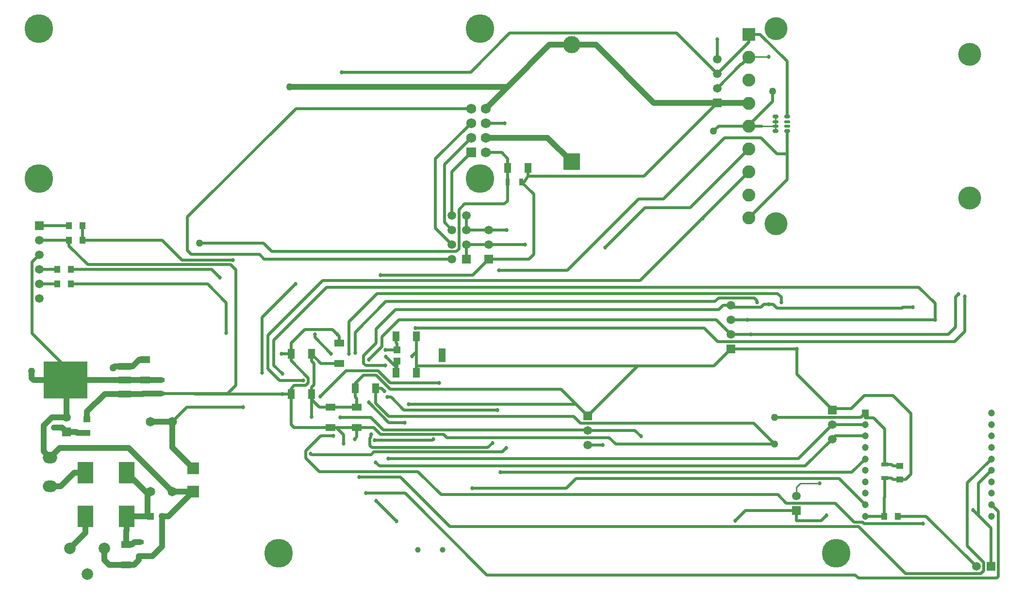
<source format=gbl>
%FSLAX25Y25*%
%MOIN*%
G70*
G01*
G75*
G04 Layer_Physical_Order=2*
G04 Layer_Color=16711680*
%ADD10R,0.03150X0.04724*%
%ADD11R,0.06693X0.04921*%
G04:AMPARAMS|DCode=12|XSize=70.87mil|YSize=57.09mil|CornerRadius=0mil|HoleSize=0mil|Usage=FLASHONLY|Rotation=180.000|XOffset=0mil|YOffset=0mil|HoleType=Round|Shape=Octagon|*
%AMOCTAGOND12*
4,1,8,-0.03543,0.01427,-0.03543,-0.01427,-0.02116,-0.02854,0.02116,-0.02854,0.03543,-0.01427,0.03543,0.01427,0.02116,0.02854,-0.02116,0.02854,-0.03543,0.01427,0.0*
%
%ADD12OCTAGOND12*%

G04:AMPARAMS|DCode=13|XSize=59.06mil|YSize=31.5mil|CornerRadius=0mil|HoleSize=0mil|Usage=FLASHONLY|Rotation=180.000|XOffset=0mil|YOffset=0mil|HoleType=Round|Shape=Octagon|*
%AMOCTAGOND13*
4,1,8,-0.02953,0.00787,-0.02953,-0.00787,-0.02165,-0.01575,0.02165,-0.01575,0.02953,-0.00787,0.02953,0.00787,0.02165,0.01575,-0.02165,0.01575,-0.02953,0.00787,0.0*
%
%ADD13OCTAGOND13*%

%ADD14R,0.05906X0.03150*%
G04:AMPARAMS|DCode=15|XSize=70.87mil|YSize=43.31mil|CornerRadius=0mil|HoleSize=0mil|Usage=FLASHONLY|Rotation=270.000|XOffset=0mil|YOffset=0mil|HoleType=Round|Shape=Octagon|*
%AMOCTAGOND15*
4,1,8,-0.01083,-0.03543,0.01083,-0.03543,0.02165,-0.02461,0.02165,0.02461,0.01083,0.03543,-0.01083,0.03543,-0.02165,0.02461,-0.02165,-0.02461,-0.01083,-0.03543,0.0*
%
%ADD15OCTAGOND15*%

%ADD16O,0.05906X0.03937*%
%ADD17R,0.05906X0.03937*%
%ADD18O,0.03937X0.05906*%
%ADD19R,0.04921X0.06693*%
%ADD20R,0.05118X0.04134*%
G04:AMPARAMS|DCode=21|XSize=47.24mil|YSize=39.37mil|CornerRadius=0mil|HoleSize=0mil|Usage=FLASHONLY|Rotation=270.000|XOffset=0mil|YOffset=0mil|HoleType=Round|Shape=Octagon|*
%AMOCTAGOND21*
4,1,8,-0.00984,-0.02362,0.00984,-0.02362,0.01969,-0.01378,0.01969,0.01378,0.00984,0.02362,-0.00984,0.02362,-0.01969,0.01378,-0.01969,-0.01378,-0.00984,-0.02362,0.0*
%
%ADD21OCTAGOND21*%

G04:AMPARAMS|DCode=22|XSize=39.37mil|YSize=25.59mil|CornerRadius=0mil|HoleSize=0mil|Usage=FLASHONLY|Rotation=270.000|XOffset=0mil|YOffset=0mil|HoleType=Round|Shape=Octagon|*
%AMOCTAGOND22*
4,1,8,-0.00640,-0.01969,0.00640,-0.01969,0.01280,-0.01329,0.01280,0.01329,0.00640,0.01969,-0.00640,0.01969,-0.01280,0.01329,-0.01280,-0.01329,-0.00640,-0.01969,0.0*
%
%ADD22OCTAGOND22*%

G04:AMPARAMS|DCode=23|XSize=39.37mil|YSize=19.69mil|CornerRadius=0mil|HoleSize=0mil|Usage=FLASHONLY|Rotation=270.000|XOffset=0mil|YOffset=0mil|HoleType=Round|Shape=Octagon|*
%AMOCTAGOND23*
4,1,8,-0.00492,-0.01969,0.00492,-0.01969,0.00984,-0.01476,0.00984,0.01476,0.00492,0.01969,-0.00492,0.01969,-0.00984,0.01476,-0.00984,-0.01476,-0.00492,-0.01969,0.0*
%
%ADD23OCTAGOND23*%

%ADD24R,0.04134X0.05118*%
%ADD25R,0.07874X0.23622*%
%ADD26R,0.09055X0.04685*%
%ADD27R,0.30299X0.25598*%
%ADD28R,0.04724X0.03150*%
%ADD29R,0.01969X0.09843*%
%ADD30R,0.07874X0.09843*%
%ADD31O,0.00984X0.06102*%
%ADD32O,0.06102X0.00984*%
%ADD33O,0.04134X0.02165*%
%ADD34R,0.04134X0.02165*%
%ADD35C,0.02000*%
%ADD36C,0.01000*%
%ADD37C,0.00787*%
%ADD38C,0.03937*%
%ADD39C,0.01732*%
%ADD40C,0.01181*%
%ADD41C,0.01575*%
%ADD42C,0.19685*%
%ADD43R,0.11811X0.11811*%
%ADD44C,0.11811*%
%ADD45R,0.05906X0.05906*%
%ADD46C,0.05906*%
%ADD47R,0.05906X0.05906*%
%ADD48R,0.06890X0.06890*%
%ADD49C,0.06890*%
%ADD50C,0.06496*%
%ADD51C,0.07874*%
%ADD52O,0.09843X0.07874*%
%ADD53R,0.04921X0.04921*%
%ADD54C,0.04921*%
%ADD55R,0.04724X0.04724*%
%ADD56C,0.04724*%
%ADD57C,0.03937*%
%ADD58C,0.08858*%
%ADD59R,0.08858X0.08858*%
%ADD60C,0.15748*%
%ADD61C,0.05000*%
%ADD62C,0.02701*%
G04:AMPARAMS|DCode=63|XSize=39.37mil|YSize=25.59mil|CornerRadius=0mil|HoleSize=0mil|Usage=FLASHONLY|Rotation=180.000|XOffset=0mil|YOffset=0mil|HoleType=Round|Shape=Octagon|*
%AMOCTAGOND63*
4,1,8,-0.01969,0.00640,-0.01969,-0.00640,-0.01329,-0.01280,0.01329,-0.01280,0.01969,-0.00640,0.01969,0.00640,0.01329,0.01280,-0.01329,0.01280,-0.01969,0.00640,0.0*
%
%ADD63OCTAGOND63*%

G04:AMPARAMS|DCode=64|XSize=39.37mil|YSize=19.69mil|CornerRadius=0mil|HoleSize=0mil|Usage=FLASHONLY|Rotation=180.000|XOffset=0mil|YOffset=0mil|HoleType=Round|Shape=Octagon|*
%AMOCTAGOND64*
4,1,8,-0.01969,0.00492,-0.01969,-0.00492,-0.01476,-0.00984,0.01476,-0.00984,0.01969,-0.00492,0.01969,0.00492,0.01476,0.00984,-0.01476,0.00984,-0.01969,0.00492,0.0*
%
%ADD64OCTAGOND64*%

%ADD65R,0.04724X0.09449*%
%ADD66R,0.04724X0.04724*%
%ADD67R,0.07874X0.07874*%
%ADD68R,0.11000X0.15000*%
D10*
X334488Y274787D02*
D03*
X343937D02*
D03*
D11*
X230874Y106012D02*
D03*
Y119988D02*
D03*
X218874Y163988D02*
D03*
Y150012D02*
D03*
X212874Y106012D02*
D03*
Y119988D02*
D03*
X85701Y138512D02*
D03*
Y152488D02*
D03*
X72701Y11512D02*
D03*
Y25488D02*
D03*
D19*
X334724Y284287D02*
D03*
X348701D02*
D03*
X271862Y168500D02*
D03*
X257886D02*
D03*
X243862Y133000D02*
D03*
X229886D02*
D03*
X185886Y156500D02*
D03*
X199862D02*
D03*
X185886Y129000D02*
D03*
X199862D02*
D03*
X271862Y143500D02*
D03*
X257886D02*
D03*
D20*
X604000Y70374D02*
D03*
Y79626D02*
D03*
X45701Y111626D02*
D03*
Y102374D02*
D03*
D24*
X602626Y45000D02*
D03*
X593374D02*
D03*
X25374Y214500D02*
D03*
X34626D02*
D03*
X25374Y204500D02*
D03*
X34626D02*
D03*
X42626Y244500D02*
D03*
X33374D02*
D03*
X42626Y234500D02*
D03*
X33374D02*
D03*
D26*
X71701Y148000D02*
D03*
Y138500D02*
D03*
Y129000D02*
D03*
D27*
X31000Y138500D02*
D03*
D28*
X593500Y80724D02*
D03*
Y71276D02*
D03*
X96701Y129276D02*
D03*
Y138724D02*
D03*
X82201Y27224D02*
D03*
Y17776D02*
D03*
D35*
X179154Y156654D02*
X186000D01*
X185996Y156498D02*
X186000Y156654D01*
X185886Y151814D02*
X185996Y156497D01*
X212874Y106000D02*
X216750D01*
X500213Y313000D02*
X509300D01*
X479500D02*
X500213D01*
Y313713D02*
X516500Y330000D01*
Y337000D01*
X476000Y309500D02*
X479500Y313000D01*
X46200Y217800D02*
X144300D01*
X33374Y230626D02*
X46200Y217800D01*
X33374Y230626D02*
Y234500D01*
X141400Y170800D02*
Y191600D01*
X128500Y204500D02*
X141400Y191600D01*
X34626Y204500D02*
X128500D01*
X131300Y214500D02*
X137000Y208800D01*
X483500Y305000D02*
X508500D01*
X441500Y263000D02*
X483500Y305000D01*
X424500Y263000D02*
X441500D01*
X375500Y214000D02*
X424500Y263000D01*
X328500Y214000D02*
X375500D01*
X428800Y256800D02*
X459761D01*
X401500Y229500D02*
X428800Y256800D01*
X488000Y190000D02*
X489350Y188650D01*
X508650D01*
X482500Y190000D02*
X488000D01*
X479500Y187000D02*
X482500Y190000D01*
X257500Y187000D02*
X479500D01*
X477000Y192500D02*
X479453Y194953D01*
X504047D02*
X506000Y193000D01*
X479453Y194953D02*
X504047D01*
X520047Y197953D02*
X522500Y195500D01*
X225700Y178700D02*
X244953Y197953D01*
X520047D01*
X251000Y192500D02*
X477000D01*
X229900Y171400D02*
X251000Y192500D01*
X244200Y173700D02*
X257500Y187000D01*
X478000Y180000D02*
X488000Y170000D01*
X259800Y180000D02*
X478000D01*
X248158Y168358D02*
X259800Y180000D01*
X321713Y241787D02*
X333713D01*
X526500Y294000D02*
Y309480D01*
X519500Y294000D02*
X526500D01*
Y276295D02*
Y294000D01*
X240600Y99349D02*
Y101700D01*
X321713Y231787D02*
X346213D01*
X352500Y225000D02*
Y266224D01*
X349287Y221787D02*
X352500Y225000D01*
X321713Y221787D02*
X349287D01*
X343937Y274787D02*
X352500Y266224D01*
X306213Y221787D02*
Y231787D01*
X321713D01*
X306213Y241787D02*
X321713D01*
X306213D02*
Y251787D01*
X539000Y79500D02*
X557500Y98000D01*
X246500Y79500D02*
X539000D01*
X389626Y94126D02*
X400000D01*
X389500Y94000D02*
X389626Y94126D01*
X244200Y163800D02*
Y173700D01*
X225700Y156500D02*
Y178700D01*
X229900Y157200D02*
Y171400D01*
X144300Y217800D02*
X147800Y214300D01*
X97200Y234500D02*
X110900Y220800D01*
X146067D01*
X114731Y227500D02*
X117231Y225000D01*
X164151D01*
X114731Y227500D02*
Y250531D01*
X164151Y225000D02*
X167363Y221787D01*
X34626Y214500D02*
X131300D01*
X666500Y10500D02*
Y27572D01*
X250801Y154685D02*
X258086Y147400D01*
X526500Y319520D02*
Y357500D01*
X425609Y206900D02*
X500213Y281504D01*
X628100Y180000D02*
Y191300D01*
X8000Y170500D02*
X40000Y138500D01*
X557000Y119000D02*
X570500D01*
X122700Y232500D02*
X166975D01*
X114185Y120000D02*
X153000D01*
X285000Y290484D02*
X309508Y314992D01*
X285000Y243000D02*
Y290484D01*
Y243000D02*
X296213Y231787D01*
X384547Y109000D02*
X503500D01*
X379930Y113617D02*
X384547Y109000D01*
X503500D02*
X518000Y94500D01*
X244000Y82000D02*
X246500Y79500D01*
X282939Y97339D02*
X283600Y98000D01*
X243328Y97339D02*
X282939D01*
X249167Y104350D02*
X389500D01*
X348701Y278600D02*
X428100D01*
X345901Y274700D02*
X348701Y278600D01*
X428100D02*
X478500Y329000D01*
X513800Y190500D02*
X517000D01*
X510500D02*
X513800D01*
X606000Y188500D02*
X613000D01*
X605500Y188000D02*
X606000Y188500D01*
X519500Y188000D02*
X605500D01*
X517000Y190500D02*
X519500Y188000D01*
X508650Y188650D02*
X510500Y190500D01*
X522500Y192000D02*
Y195500D01*
X506000Y192000D02*
Y193000D01*
X533300Y142700D02*
X557000Y119000D01*
X533300Y142700D02*
Y160000D01*
X599100Y128000D02*
X611500Y115600D01*
X579500Y128000D02*
X599100D01*
X570500Y119000D02*
X579500Y128000D01*
X518000Y113000D02*
X577260D01*
X557500Y108000D02*
X568800D01*
X568859Y108059D01*
X580193D01*
X577260Y113000D02*
X580193Y115933D01*
X248000Y133000D02*
X250000Y131000D01*
X243862Y133000D02*
X248000D01*
X252000Y127000D02*
X254500D01*
X263400Y118100D02*
X327700D01*
X254500Y127000D02*
X263400Y118100D01*
X253800Y132200D02*
X371300D01*
X244100Y141900D02*
X253800Y132200D01*
X235500Y141900D02*
X244100D01*
X253900Y136500D02*
X287600D01*
X245500Y144900D02*
X253900Y136500D01*
X223600Y144900D02*
X245500D01*
X229500Y98126D02*
X230874Y99500D01*
Y106012D01*
X174000Y166100D02*
X210300Y202400D01*
X174000Y148774D02*
Y166100D01*
Y148774D02*
X179900Y142874D01*
X170000Y169401D02*
X207499Y206900D01*
X170000Y146400D02*
Y169401D01*
Y146400D02*
X178000Y138400D01*
X508008Y375992D02*
X526500Y357500D01*
X500213Y375992D02*
X508008D01*
X508500Y305000D02*
X519500Y294000D01*
X459761Y256800D02*
X500213Y297252D01*
X550043Y42043D02*
X553500Y45500D01*
X549043Y42043D02*
X550043D01*
X549000Y42000D02*
X549043Y42043D01*
X533000Y42000D02*
X549000D01*
X533000D02*
Y49000D01*
X294900Y37900D02*
X575549D01*
X260800Y72000D02*
X294900Y37900D01*
X166975Y232500D02*
X172675Y226800D01*
X8000Y170500D02*
Y219500D01*
X239978Y93473D02*
X241301Y92150D01*
X239978Y98727D02*
X240600Y99349D01*
X239978Y93473D02*
Y98727D01*
X240600Y101700D02*
X241000Y101300D01*
X242721Y106012D02*
X247382Y101350D01*
X230874Y106012D02*
X242721D01*
X240717Y112800D02*
X249167Y104350D01*
X219700Y112800D02*
X240717D01*
X166043Y181500D02*
X189043Y204500D01*
X166043Y143500D02*
Y181500D01*
X562134Y71000D02*
X580193Y52941D01*
X381511Y71000D02*
X562134D01*
X310137Y64300D02*
X374811D01*
X381511Y71000D01*
X305000Y259500D02*
X332200D01*
X301200Y255700D02*
X305000Y259500D01*
X301200Y228750D02*
Y255700D01*
X332200Y259500D02*
X334488Y261788D01*
X214150Y173350D02*
X217500Y170000D01*
X216750Y106000D02*
X221888D01*
X216750D02*
X221900Y100862D01*
X142351Y129000D02*
X179800D01*
X488000Y160000D02*
X533300D01*
X423800Y148300D02*
X476300D01*
X271862D02*
X423800D01*
X266500Y121800D02*
X381700D01*
X271862Y148300D02*
Y157950D01*
X389500Y114000D02*
X423800Y148300D01*
X371300Y132200D02*
X381700Y121800D01*
X199862Y125245D02*
X205119Y119988D01*
X199862Y125245D02*
Y129000D01*
Y113457D02*
Y125245D01*
X499300Y180000D02*
X628100D01*
X501600Y170000D02*
X637400D01*
X258086Y147400D02*
X258500Y147814D01*
X257886Y147200D02*
X258086Y147400D01*
X257886Y143500D02*
X258086Y147400D01*
X658000Y45500D02*
Y67756D01*
X654200Y49300D02*
X658000Y45500D01*
X666500Y37000D01*
X408800Y94500D02*
X518000D01*
X404300Y99000D02*
X408800Y94500D01*
X292950Y99000D02*
X404300D01*
X290600Y101350D02*
X292950Y99000D01*
X247382Y101350D02*
X290600D01*
X218874Y163988D02*
Y168626D01*
X195336Y173350D02*
X214150D01*
X185886Y163900D02*
X195336Y173350D01*
X185886Y163900D02*
X186000Y156654D01*
X217500Y170000D02*
X218874Y168626D01*
X212874Y106000D02*
Y106012D01*
X221900Y95000D02*
Y100862D01*
X96701Y129276D02*
X142351Y129000D01*
X202100Y167900D02*
X213300Y156700D01*
X202100Y167900D02*
Y170000D01*
X343937Y274787D02*
X345901Y274700D01*
X348701Y278600D02*
Y284287D01*
X206350Y150012D02*
X218874D01*
X199862Y156500D02*
X206350Y150012D01*
X229886Y133000D02*
Y136286D01*
X235500Y141900D01*
X206000Y127300D02*
X223600Y144900D01*
X319508Y314992D02*
X332600D01*
X622000Y45000D02*
X656500Y10500D01*
X602626Y45000D02*
X622000D01*
X617000Y202400D02*
X628100Y191300D01*
X210300Y202400D02*
X617000D01*
X628100Y180000D02*
X628362D01*
X488000D02*
X499300D01*
X248158Y161774D02*
Y168358D01*
X239100Y152717D02*
X248158Y161774D01*
X178000Y138400D02*
X194294D01*
X207499Y206900D02*
X425609D01*
X478500Y359000D02*
Y372626D01*
X220500Y350000D02*
X309200D01*
X336000Y376800D01*
X450700D01*
X478500Y349000D01*
X666807Y52941D02*
X671500Y48248D01*
Y3500D02*
Y48248D01*
X670500Y2500D02*
X671500Y3500D01*
X575549Y2500D02*
X670500D01*
X573349Y4700D02*
X575549Y2500D01*
X320400Y4700D02*
X573349D01*
X264300Y60800D02*
X320400Y4700D01*
X237200Y60800D02*
X264300D01*
X252550Y84600D02*
X534100D01*
X557500Y108000D01*
X241301Y92150D02*
X321050D01*
X324300Y95400D01*
X500213Y250008D02*
X526500Y276295D01*
X526437Y309480D02*
X526500D01*
X199300Y88000D02*
X199900Y87400D01*
X240750D01*
X242500Y89150D01*
X330950D01*
X333600Y91800D01*
X329700Y75300D02*
X571056D01*
X580193Y84437D01*
X666500Y27572D02*
Y37000D01*
X658000Y67756D02*
X666807Y76563D01*
X579300Y40100D02*
X619800D01*
X578500Y40900D02*
X579300Y40100D01*
X572700Y40900D02*
X578500D01*
X559600Y54000D02*
X572700Y40900D01*
X526000Y54000D02*
X559600D01*
X520200Y59800D02*
X526000Y54000D01*
X288900Y59800D02*
X520200D01*
X272950Y75750D02*
X288900Y59800D01*
X205150Y75750D02*
X272950D01*
X195900Y85000D02*
X205150Y75750D01*
X195900Y85000D02*
Y90000D01*
X206100Y100200D01*
X214874D01*
X559685Y100185D02*
X580193D01*
X557500Y98000D02*
X559685Y100185D01*
X271862Y157950D02*
Y168500D01*
X268900Y154988D02*
X271862Y157950D01*
X237200Y148500D02*
X250500D01*
X235700Y150000D02*
X237200Y148500D01*
X235700Y150000D02*
Y155300D01*
X244200Y163800D01*
X271400Y174200D02*
X469700D01*
X478900Y165000D01*
X641700D01*
X648700Y172000D01*
Y196100D01*
X243862Y122755D02*
Y133000D01*
Y122755D02*
X253000Y113617D01*
X379930D01*
X252989Y109300D02*
X264050D01*
X239100Y123189D02*
X252989Y109300D01*
X244400Y55500D02*
X258200Y41700D01*
X205119Y119988D02*
X212874D01*
X185886Y151814D02*
X197700Y140000D01*
Y136700D02*
Y140000D01*
X195900Y134900D02*
X197700Y136700D01*
X188000Y134900D02*
X195900D01*
X185886Y132786D02*
X188000Y134900D01*
X185886Y129000D02*
Y132786D01*
X637400Y170000D02*
X642400Y175000D01*
Y195592D01*
X644300Y197492D01*
X650300Y67930D02*
X666807Y84437D01*
X650300Y24600D02*
Y67930D01*
Y24600D02*
X661500Y13400D01*
Y7500D02*
Y13400D01*
X659500Y5500D02*
X661500Y7500D01*
X607949Y5500D02*
X659500D01*
X575549Y37900D02*
X607949Y5500D01*
X232700Y72000D02*
X260800D01*
X488000Y170000D02*
X501600D01*
X42626Y234500D02*
X97200D01*
X291200Y246800D02*
X296213Y241787D01*
X291200Y246800D02*
Y286684D01*
X309508Y304992D01*
X167363Y221787D02*
X296213D01*
X114731Y250531D02*
X189192Y324992D01*
X309508D01*
X247400Y210500D02*
X310425D01*
X321713Y221787D01*
X334488Y261788D02*
Y274787D01*
X299250Y226800D02*
X301200Y228750D01*
X172675Y226800D02*
X299250D01*
X381700Y121800D02*
X389500Y114000D01*
X104201Y110016D02*
X114185Y120000D01*
X199862Y151616D02*
Y156500D01*
Y151616D02*
X201450Y150027D01*
Y135338D02*
Y150027D01*
X199862Y133750D02*
X201450Y135338D01*
X199862Y129000D02*
Y133750D01*
X179800Y129000D02*
X185886D01*
X147800Y135000D02*
Y214300D01*
X142076Y129276D02*
X147800Y135000D01*
X96701Y129276D02*
X142076D01*
X8000Y219500D02*
X13000Y224500D01*
X497922Y49000D02*
X533000D01*
X490800Y41878D02*
X497922Y49000D01*
X500213Y370713D02*
Y375992D01*
X478500Y349000D02*
X500213Y370713D01*
X526437Y319520D02*
X526500D01*
X296213Y251787D02*
Y281697D01*
X309508Y294992D01*
X476300Y148300D02*
X488000Y160000D01*
X271862Y143500D02*
Y148300D01*
X389500Y104000D02*
X422033D01*
X426100Y99933D01*
X212874Y119988D02*
X230874D01*
X611500Y73800D02*
Y115600D01*
X608074Y70374D02*
X611500Y73800D01*
X604000Y70374D02*
X608074D01*
X250637Y159437D02*
X258500D01*
X221888Y106000D02*
X221900Y106012D01*
X230874D01*
X478500Y339000D02*
X495000Y355500D01*
X495469D01*
X500213Y360244D01*
X185886Y108014D02*
Y129000D01*
Y108014D02*
X187888Y106012D01*
X212874D01*
X319508Y294992D02*
X330500D01*
X334724Y290768D01*
Y284287D02*
Y290768D01*
X580193Y112500D02*
Y115933D01*
Y112500D02*
X586000D01*
X593500Y105000D01*
Y80724D02*
Y105000D01*
X599298Y79626D02*
X604000D01*
X598200Y80724D02*
X599298Y79626D01*
X593500Y80724D02*
X598200D01*
X13000Y234500D02*
X33374D01*
X334724Y279636D02*
Y284287D01*
X334488Y279400D02*
X334724Y279636D01*
X334488Y274787D02*
Y279400D01*
X599102Y70374D02*
X604000D01*
X598200Y71276D02*
X599102Y70374D01*
X593500Y71276D02*
X598200D01*
X593500Y58126D02*
Y71276D01*
X593374Y58000D02*
X593500Y58126D01*
X593374Y45000D02*
Y58000D01*
X586767Y45000D02*
X593374D01*
X586700Y45067D02*
X586767Y45000D01*
X580193Y45067D02*
X586700D01*
X229886Y126988D02*
Y133000D01*
Y126988D02*
X230874Y126000D01*
Y119988D02*
Y126000D01*
X13000Y244500D02*
X33374D01*
X42626Y234500D02*
Y244500D01*
X13000Y214500D02*
X25374D01*
X13000Y204500D02*
X25374D01*
X258500Y147814D02*
Y151563D01*
X257886Y143500D02*
Y147200D01*
Y164214D02*
Y168500D01*
Y164214D02*
X258500Y163600D01*
Y159437D02*
Y163600D01*
X509300Y313000D02*
X509375Y312925D01*
D36*
X500469Y360500D02*
X514000D01*
X535500Y67500D02*
X549043D01*
X533000Y65000D02*
X535500Y67500D01*
X533000Y59000D02*
Y65000D01*
X509375Y312925D02*
X518563D01*
Y309480D02*
Y312925D01*
Y316075D02*
Y319520D01*
Y312925D02*
Y316075D01*
D38*
X87400Y45000D02*
Y60348D01*
X81400Y14912D02*
Y17776D01*
X478500Y329000D02*
X499961D01*
X435000D02*
X478500D01*
X395185Y368815D02*
X435000Y329000D01*
X378500Y368815D02*
X395185D01*
X363331D02*
X378500D01*
X334516Y340000D02*
X363331Y368815D01*
X319508Y324992D02*
X334516Y340000D01*
X185000D02*
X334516D01*
X319508Y304992D02*
X362008D01*
X378500Y288500D01*
X7500Y140000D02*
Y144500D01*
Y140000D02*
X9000Y138500D01*
X31000D01*
X40000D02*
X71701D01*
X31000D02*
X40000D01*
X31000D02*
X31701Y137799D01*
Y112823D02*
Y137799D01*
X81434Y152488D02*
X85701D01*
X78839Y149893D02*
X81434Y152488D01*
X78839Y149839D02*
Y149893D01*
X77000Y148000D02*
X78839Y149839D01*
X63500Y147000D02*
X64500Y148000D01*
X60988Y11512D02*
X72701D01*
X57602Y14898D02*
X60988Y11512D01*
X57602Y14898D02*
Y23000D01*
X74185Y92000D02*
X104201Y61984D01*
X26858Y92000D02*
X74185D01*
X20201Y85343D02*
X26858Y92000D01*
X16000Y107300D02*
X21523Y112823D01*
X16000Y89543D02*
Y107300D01*
Y89543D02*
X20201Y85343D01*
X21523Y112823D02*
X31701D01*
X87400Y45000D02*
X89264D01*
X72748D02*
X87400D01*
X85764Y61984D02*
X89201D01*
X85764D02*
X87400Y60348D01*
X28524Y106000D02*
X31701Y102823D01*
X22744Y106000D02*
X28524D01*
X72748Y75000D02*
X85764Y61984D01*
X104201Y92374D02*
Y110016D01*
Y92374D02*
X118701Y77874D01*
X44652Y33671D02*
Y45000D01*
X33980Y23000D02*
X44652Y33671D01*
X64500Y148000D02*
X71701D01*
X101575Y45000D02*
X118701Y62126D01*
X97138Y45000D02*
X101575D01*
X71701Y148000D02*
X77000D01*
X72701Y11512D02*
X78000D01*
X81400Y14912D01*
Y17776D02*
X82201D01*
X57900Y129000D02*
X71701D01*
X45701Y116801D02*
X57900Y129000D01*
X45701Y111626D02*
Y116801D01*
X82201Y17776D02*
X90500D01*
X97138Y24413D01*
Y45000D01*
X84276Y129276D02*
X96701D01*
X84000Y129000D02*
X84276Y129276D01*
X71701Y129000D02*
X84000D01*
X111442Y62126D02*
X118701D01*
X111300Y61984D02*
X111442Y62126D01*
X104201Y61984D02*
X111300D01*
X78612Y138512D02*
X85701D01*
X78600Y138500D02*
X78612Y138512D01*
X71701Y138500D02*
X78600D01*
X91213Y138724D02*
X96701D01*
X91000Y138512D02*
X91213Y138724D01*
X85701Y138512D02*
X91000D01*
X37043Y75000D02*
X44652D01*
X27700Y65657D02*
X37043Y75000D01*
X20201Y65657D02*
X27700D01*
X38849Y102374D02*
X45701D01*
X38400Y102823D02*
X38849Y102374D01*
X31701Y102823D02*
X38400D01*
X89201Y110016D02*
X104201D01*
X78236Y27224D02*
X82201D01*
X76500Y25488D02*
X78236Y27224D01*
X72701Y25488D02*
X76500D01*
X72748Y35247D02*
Y45000D01*
X72701Y35200D02*
X72748Y35247D01*
X72701Y25488D02*
Y35200D01*
D42*
X560165Y19685D02*
D03*
X177165D02*
D03*
X12500Y277000D02*
D03*
X315500Y379992D02*
D03*
Y277000D02*
D03*
X12500Y379992D02*
D03*
D43*
X378500Y288500D02*
D03*
D44*
Y368815D02*
D03*
D45*
X557500Y118000D02*
D03*
X321713Y221787D02*
D03*
X533000Y49000D02*
D03*
X306213Y221787D02*
D03*
X13000Y244500D02*
D03*
X31701Y102823D02*
D03*
X478500Y329000D02*
D03*
X389500Y114000D02*
D03*
X488000Y160000D02*
D03*
D46*
X557500Y108000D02*
D03*
Y98000D02*
D03*
X321713Y231787D02*
D03*
Y241787D02*
D03*
X533000Y59000D02*
D03*
X656500Y10500D02*
D03*
X296213Y251787D02*
D03*
X306213D02*
D03*
X296213Y241787D02*
D03*
X306213D02*
D03*
X296213Y231787D02*
D03*
X306213D02*
D03*
X296213Y221787D02*
D03*
X13000Y194500D02*
D03*
Y204500D02*
D03*
Y214500D02*
D03*
Y224500D02*
D03*
Y234500D02*
D03*
X31701Y112823D02*
D03*
X478500Y359000D02*
D03*
Y349000D02*
D03*
Y339000D02*
D03*
X389500Y104000D02*
D03*
Y94000D02*
D03*
X488000Y190000D02*
D03*
Y180000D02*
D03*
Y170000D02*
D03*
D47*
X666500Y10500D02*
D03*
D48*
X309508Y294992D02*
D03*
D49*
X319508D02*
D03*
X309508Y304992D02*
D03*
X319508D02*
D03*
Y324992D02*
D03*
X309508D02*
D03*
X319508Y314992D02*
D03*
X309508D02*
D03*
D50*
X89201Y110016D02*
D03*
Y61984D02*
D03*
X104201D02*
D03*
Y110016D02*
D03*
D51*
X45791Y5283D02*
D03*
X57602Y23000D02*
D03*
X33980D02*
D03*
D52*
X20201Y65657D02*
D03*
Y85343D02*
D03*
D53*
X89264Y45000D02*
D03*
D54*
X97138D02*
D03*
D55*
X580193Y115933D02*
D03*
D56*
Y108059D02*
D03*
Y100185D02*
D03*
Y92311D02*
D03*
Y84437D02*
D03*
Y76563D02*
D03*
Y68689D02*
D03*
Y60815D02*
D03*
Y52941D02*
D03*
Y45067D02*
D03*
X666807Y115933D02*
D03*
Y108059D02*
D03*
Y100185D02*
D03*
Y92311D02*
D03*
Y84437D02*
D03*
Y76563D02*
D03*
Y68689D02*
D03*
Y60815D02*
D03*
Y52941D02*
D03*
Y45067D02*
D03*
D57*
X289787Y22114D02*
D03*
X272819D02*
D03*
D58*
X500213Y250008D02*
D03*
Y265756D02*
D03*
Y281504D02*
D03*
Y297252D02*
D03*
Y313000D02*
D03*
Y328748D02*
D03*
Y344496D02*
D03*
Y360244D02*
D03*
D59*
Y375992D02*
D03*
D60*
X651787Y362213D02*
D03*
Y263787D02*
D03*
X518913Y379929D02*
D03*
Y246071D02*
D03*
D61*
X476000Y309500D02*
D03*
X518000Y113000D02*
D03*
Y94500D02*
D03*
X516500Y337000D02*
D03*
X63500Y147000D02*
D03*
X185000Y340000D02*
D03*
X123000Y232500D02*
D03*
X7500Y144500D02*
D03*
D62*
X401500Y229500D02*
D03*
X334000Y241500D02*
D03*
X328500Y214000D02*
D03*
X346500Y231500D02*
D03*
X153000Y120000D02*
D03*
X613000Y188500D02*
D03*
X513800Y190500D02*
D03*
X522500Y192000D02*
D03*
X506000D02*
D03*
X252000Y127000D02*
D03*
X250000Y131000D02*
D03*
X229500Y98126D02*
D03*
X179154Y156654D02*
D03*
X468500Y249626D02*
D03*
X478500Y372626D02*
D03*
X553500Y45500D02*
D03*
X243328Y97339D02*
D03*
X241000Y101300D02*
D03*
X166043Y143500D02*
D03*
X189043Y204500D02*
D03*
X514000Y360500D02*
D03*
X549043Y67500D02*
D03*
X217500Y170000D02*
D03*
X221900Y95000D02*
D03*
X229900Y157200D02*
D03*
X213300Y156700D02*
D03*
X202100Y170000D02*
D03*
X199862Y113457D02*
D03*
X206000Y127300D02*
D03*
X287600Y136500D02*
D03*
X332600Y314992D02*
D03*
X22744Y106000D02*
D03*
X179900Y142874D02*
D03*
X628362Y180000D02*
D03*
X499300D02*
D03*
X239100Y152717D02*
D03*
X194294Y138400D02*
D03*
X220500Y350000D02*
D03*
X237200Y60800D02*
D03*
X252550Y84600D02*
D03*
X283600Y98000D02*
D03*
X324300Y95400D02*
D03*
X199300Y88000D02*
D03*
X333600Y91800D02*
D03*
X250801Y154685D02*
D03*
X310137Y64300D02*
D03*
X327700Y118100D02*
D03*
X329700Y75300D02*
D03*
X654200Y49300D02*
D03*
X619800Y40100D02*
D03*
X214874Y100200D02*
D03*
X268900Y154988D02*
D03*
X250500Y148500D02*
D03*
X271400Y174200D02*
D03*
X648700Y196100D02*
D03*
X264050Y109300D02*
D03*
X239100Y123189D02*
D03*
X244400Y55500D02*
D03*
X258200Y41700D02*
D03*
X244000Y82000D02*
D03*
X219700Y112800D02*
D03*
X225700Y156500D02*
D03*
X644300Y197492D02*
D03*
X232700Y72000D02*
D03*
X501600Y170000D02*
D03*
X146067Y220800D02*
D03*
X247400Y210500D02*
D03*
X266500Y121800D02*
D03*
X137000Y208800D02*
D03*
X141400Y170800D02*
D03*
X179800Y129000D02*
D03*
X533300Y160000D02*
D03*
X400000Y94126D02*
D03*
X490800Y41878D02*
D03*
X426100Y99933D02*
D03*
X250637Y159437D02*
D03*
D63*
X518563Y309480D02*
D03*
Y319520D02*
D03*
X526437Y309480D02*
D03*
Y319520D02*
D03*
D64*
X518563Y312925D02*
D03*
Y316075D02*
D03*
X526437Y312925D02*
D03*
Y316075D02*
D03*
D65*
X289602Y155500D02*
D03*
D66*
X258500Y159437D02*
D03*
Y151563D02*
D03*
D67*
X118701Y62126D02*
D03*
Y77874D02*
D03*
D68*
X44652Y75000D02*
D03*
X72748D02*
D03*
X44652Y45000D02*
D03*
X72748D02*
D03*
M02*

</source>
